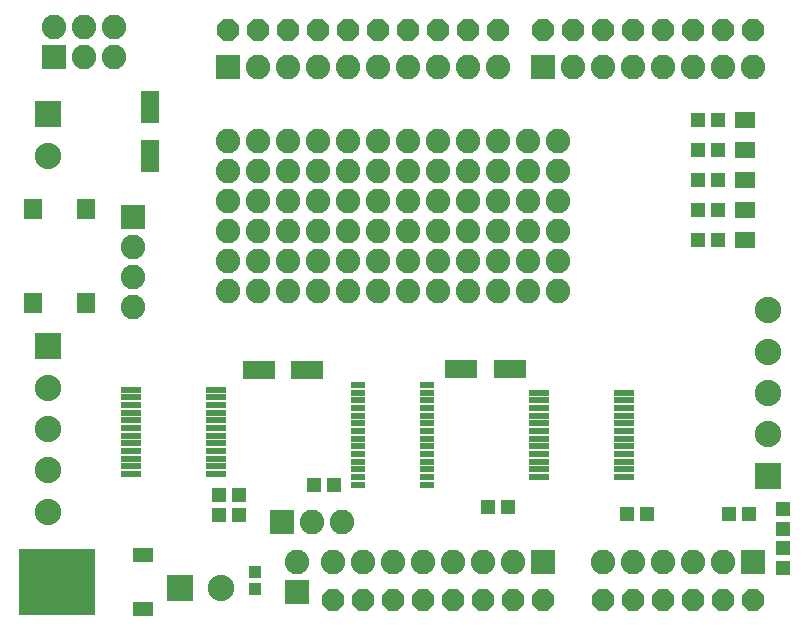
<source format=gts>
G75*
%MOIN*%
%OFA0B0*%
%FSLAX24Y24*%
%IPPOS*%
%LPD*%
%AMOC8*
5,1,8,0,0,1.08239X$1,22.5*
%
%ADD10OC8,0.0740*%
%ADD11R,0.0820X0.0820*%
%ADD12C,0.0820*%
%ADD13R,0.0671X0.0237*%
%ADD14R,0.0470X0.0200*%
%ADD15C,0.0880*%
%ADD16R,0.0880X0.0880*%
%ADD17R,0.0631X0.1104*%
%ADD18R,0.0592X0.0690*%
%ADD19R,0.2521X0.2206*%
%ADD20R,0.0710X0.0474*%
%ADD21R,0.0395X0.0395*%
%ADD22R,0.0513X0.0474*%
%ADD23R,0.1104X0.0631*%
%ADD24R,0.0330X0.0580*%
%ADD25R,0.0474X0.0513*%
D10*
X013752Y001500D03*
X014752Y001500D03*
X015752Y001500D03*
X016752Y001500D03*
X017752Y001500D03*
X018752Y001500D03*
X019752Y001500D03*
X020752Y001500D03*
X022752Y001500D03*
X023752Y001500D03*
X024752Y001500D03*
X025752Y001500D03*
X026752Y001500D03*
X027752Y001500D03*
X027752Y020500D03*
X026752Y020500D03*
X025752Y020500D03*
X024752Y020500D03*
X023752Y020500D03*
X022752Y020500D03*
X021752Y020500D03*
X020752Y020500D03*
X019252Y020500D03*
X018252Y020500D03*
X017252Y020500D03*
X016252Y020500D03*
X015252Y020500D03*
X014252Y020500D03*
X013252Y020500D03*
X012252Y020500D03*
X011252Y020500D03*
X010252Y020500D03*
D11*
X010252Y019250D03*
X004452Y019600D03*
X007102Y014250D03*
X020752Y019250D03*
X012052Y004100D03*
X012552Y001750D03*
X020752Y002750D03*
X027752Y002750D03*
D12*
X026752Y002750D03*
X025752Y002750D03*
X024752Y002750D03*
X023752Y002750D03*
X022752Y002750D03*
X019752Y002750D03*
X018752Y002750D03*
X017752Y002750D03*
X016752Y002750D03*
X015752Y002750D03*
X014752Y002750D03*
X013752Y002750D03*
X012552Y002750D03*
X013052Y004100D03*
X014052Y004100D03*
X007102Y011250D03*
X007102Y012250D03*
X007102Y013250D03*
X010252Y012800D03*
X011252Y012800D03*
X012252Y012800D03*
X012252Y013800D03*
X011252Y013800D03*
X010252Y013800D03*
X010252Y014800D03*
X011252Y014800D03*
X012252Y014800D03*
X012252Y015800D03*
X011252Y015800D03*
X010252Y015800D03*
X010252Y016800D03*
X011252Y016800D03*
X012252Y016800D03*
X013252Y016800D03*
X014252Y016800D03*
X015252Y016800D03*
X016252Y016800D03*
X017252Y016800D03*
X018252Y016800D03*
X019252Y016800D03*
X020252Y016800D03*
X021252Y016800D03*
X021252Y015800D03*
X020252Y015800D03*
X019252Y015800D03*
X018252Y015800D03*
X017252Y015800D03*
X016252Y015800D03*
X015252Y015800D03*
X014252Y015800D03*
X013252Y015800D03*
X013252Y014800D03*
X014252Y014800D03*
X015252Y014800D03*
X016252Y014800D03*
X017252Y014800D03*
X018252Y014800D03*
X019252Y014800D03*
X020252Y014800D03*
X021252Y014800D03*
X021252Y013800D03*
X020252Y013800D03*
X019252Y013800D03*
X018252Y013800D03*
X017252Y013800D03*
X016252Y013800D03*
X015252Y013800D03*
X014252Y013800D03*
X013252Y013800D03*
X013252Y012800D03*
X014252Y012800D03*
X015252Y012800D03*
X016252Y012800D03*
X017252Y012800D03*
X018252Y012800D03*
X019252Y012800D03*
X020252Y012800D03*
X021252Y012800D03*
X021252Y011800D03*
X020252Y011800D03*
X019252Y011800D03*
X018252Y011800D03*
X017252Y011800D03*
X016252Y011800D03*
X015252Y011800D03*
X014252Y011800D03*
X013252Y011800D03*
X012252Y011800D03*
X011252Y011800D03*
X010252Y011800D03*
X011252Y019250D03*
X012252Y019250D03*
X013252Y019250D03*
X014252Y019250D03*
X015252Y019250D03*
X016252Y019250D03*
X017252Y019250D03*
X018252Y019250D03*
X019252Y019250D03*
X021752Y019250D03*
X022752Y019250D03*
X023752Y019250D03*
X024752Y019250D03*
X025752Y019250D03*
X026752Y019250D03*
X027752Y019250D03*
X006452Y019600D03*
X005452Y019600D03*
X005452Y020600D03*
X006452Y020600D03*
X004452Y020600D03*
D13*
X007025Y008507D03*
X007025Y008252D03*
X007025Y007996D03*
X007025Y007740D03*
X007025Y007484D03*
X007025Y007228D03*
X007025Y006972D03*
X007025Y006716D03*
X007025Y006460D03*
X007025Y006204D03*
X007025Y005948D03*
X007025Y005693D03*
X009880Y005693D03*
X009880Y005948D03*
X009880Y006204D03*
X009880Y006460D03*
X009880Y006716D03*
X009880Y006972D03*
X009880Y007228D03*
X009880Y007484D03*
X009880Y007740D03*
X009880Y007996D03*
X009880Y008252D03*
X009880Y008507D03*
X020625Y008407D03*
X020625Y008152D03*
X020625Y007896D03*
X020625Y007640D03*
X020625Y007384D03*
X020625Y007128D03*
X020625Y006872D03*
X020625Y006616D03*
X020625Y006360D03*
X020625Y006104D03*
X020625Y005848D03*
X020625Y005593D03*
X023480Y005593D03*
X023480Y005848D03*
X023480Y006104D03*
X023480Y006360D03*
X023480Y006616D03*
X023480Y006872D03*
X023480Y007128D03*
X023480Y007384D03*
X023480Y007640D03*
X023480Y007896D03*
X023480Y008152D03*
X023480Y008407D03*
D14*
X016901Y008407D03*
X016901Y008152D03*
X016901Y007896D03*
X016901Y007640D03*
X016901Y007384D03*
X016901Y007128D03*
X016901Y006872D03*
X016901Y006616D03*
X016901Y006360D03*
X016901Y006104D03*
X016901Y005848D03*
X016901Y005593D03*
X016901Y005337D03*
X014604Y005337D03*
X014604Y005593D03*
X014604Y005848D03*
X014604Y006104D03*
X014604Y006360D03*
X014604Y006616D03*
X014604Y006872D03*
X014604Y007128D03*
X014604Y007384D03*
X014604Y007640D03*
X014604Y007896D03*
X014604Y008152D03*
X014604Y008407D03*
X014604Y008663D03*
X016901Y008663D03*
D15*
X010041Y001900D03*
X004252Y004444D03*
X004252Y005822D03*
X004252Y007200D03*
X004252Y008578D03*
X004252Y016311D03*
X028252Y011156D03*
X028252Y009778D03*
X028252Y008400D03*
X028252Y007022D03*
D16*
X028252Y005644D03*
X008663Y001900D03*
X004252Y009956D03*
X004252Y017689D03*
D17*
X007662Y017927D03*
X007662Y016313D03*
D18*
X005538Y014515D03*
X003767Y014515D03*
X003767Y011385D03*
X005538Y011385D03*
D19*
X004568Y002100D03*
D20*
X007442Y001202D03*
X007442Y002998D03*
D21*
X011152Y002445D03*
X011152Y001855D03*
D22*
X010637Y004330D03*
X009968Y004330D03*
X009968Y004990D03*
X010637Y004990D03*
X013118Y005330D03*
X013787Y005330D03*
X018918Y004600D03*
X019587Y004600D03*
X023568Y004350D03*
X024237Y004350D03*
X026968Y004350D03*
X027637Y004350D03*
X026587Y013500D03*
X025918Y013500D03*
X025918Y014500D03*
X026587Y014500D03*
X026587Y015500D03*
X025918Y015500D03*
X025918Y016500D03*
X026587Y016500D03*
X026587Y017500D03*
X025918Y017500D03*
D23*
X019659Y009200D03*
X018045Y009200D03*
X012909Y009150D03*
X011295Y009150D03*
D24*
X027325Y013500D03*
X027680Y013500D03*
X027680Y014500D03*
X027325Y014500D03*
X027325Y015500D03*
X027680Y015500D03*
X027680Y016500D03*
X027325Y016500D03*
X027325Y017500D03*
X027680Y017500D03*
D25*
X028752Y004535D03*
X028752Y003865D03*
X028752Y003235D03*
X028752Y002565D03*
M02*

</source>
